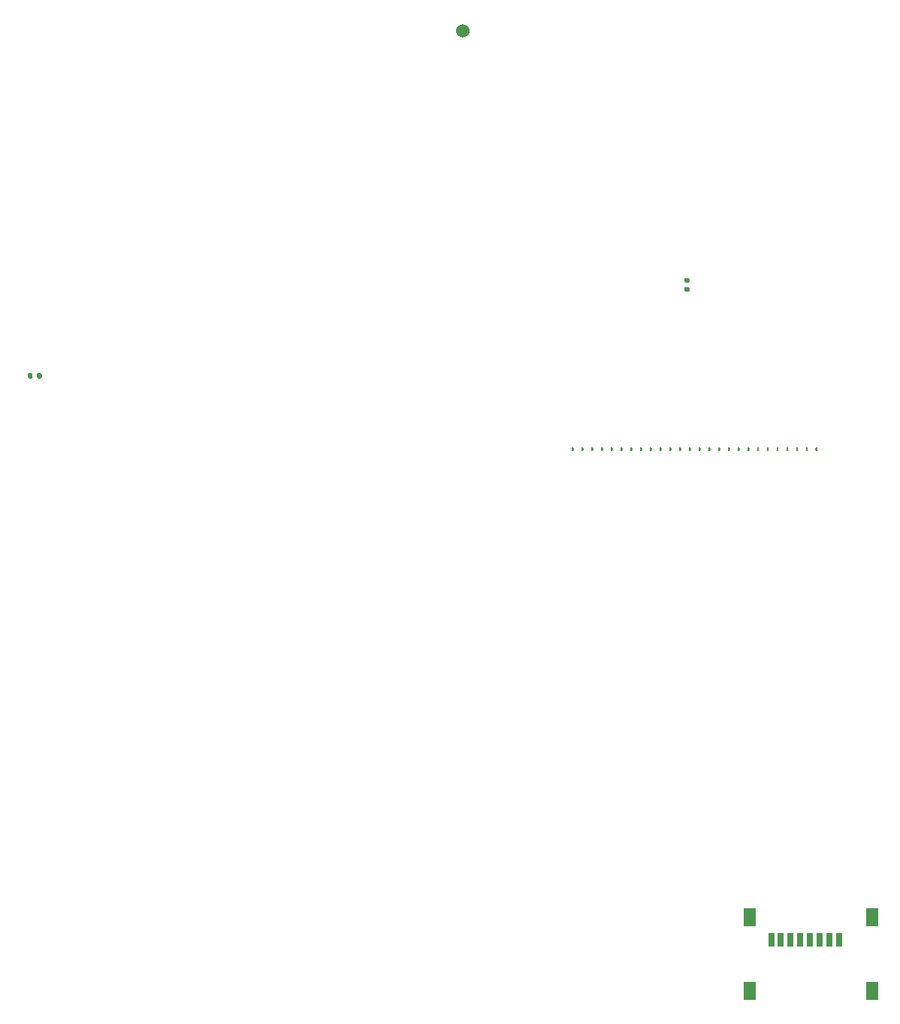
<source format=gbp>
G04 #@! TF.GenerationSoftware,KiCad,Pcbnew,(5.99.0-11247-g3f6811f413)*
G04 #@! TF.CreationDate,2021-08-14T02:07:01+03:00*
G04 #@! TF.ProjectId,hellen88bmw,68656c6c-656e-4383-9862-6d772e6b6963,rev?*
G04 #@! TF.SameCoordinates,PX3d1b110PY9269338*
G04 #@! TF.FileFunction,Paste,Bot*
G04 #@! TF.FilePolarity,Positive*
%FSLAX46Y46*%
G04 Gerber Fmt 4.6, Leading zero omitted, Abs format (unit mm)*
G04 Created by KiCad (PCBNEW (5.99.0-11247-g3f6811f413)) date 2021-08-14 02:07:01*
%MOMM*%
%LPD*%
G01*
G04 APERTURE LIST*
%ADD10C,1.524000*%
%ADD11O,0.000001X0.000001*%
%ADD12R,0.800000X1.500000*%
%ADD13R,1.450000X2.000000*%
G04 APERTURE END LIST*
D10*
G04 #@! TO.C,\u002Aref1*
X74892400Y112356400D03*
G04 #@! TD*
G04 #@! TO.C,M7*
G36*
G01*
X114671000Y65148000D02*
X114671000Y65398000D01*
G75*
G02*
X114796000Y65523000I125000J0D01*
G01*
X114796000Y65523000D01*
G75*
G02*
X114921000Y65398000I0J-125000D01*
G01*
X114921000Y65148000D01*
G75*
G02*
X114796000Y65023000I-125000J0D01*
G01*
X114796000Y65023000D01*
G75*
G02*
X114671000Y65148000I0J125000D01*
G01*
G37*
G36*
G01*
X113820996Y65398000D02*
X113820996Y65148000D01*
G75*
G02*
X113695996Y65023000I-125000J0D01*
G01*
X113695996Y65023000D01*
G75*
G02*
X113570996Y65148000I0J125000D01*
G01*
X113570996Y65398000D01*
G75*
G02*
X113695996Y65523000I125000J0D01*
G01*
X113695996Y65523000D01*
G75*
G02*
X113820996Y65398000I0J-125000D01*
G01*
G37*
G36*
G01*
X112720995Y65398000D02*
X112720995Y65148000D01*
G75*
G02*
X112595995Y65023000I-125000J0D01*
G01*
X112595995Y65023000D01*
G75*
G02*
X112470995Y65148000I0J125000D01*
G01*
X112470995Y65398000D01*
G75*
G02*
X112595995Y65523000I125000J0D01*
G01*
X112595995Y65523000D01*
G75*
G02*
X112720995Y65398000I0J-125000D01*
G01*
G37*
G36*
G01*
X111620998Y65398000D02*
X111620998Y65148000D01*
G75*
G02*
X111495998Y65023000I-125000J0D01*
G01*
X111495998Y65023000D01*
G75*
G02*
X111370998Y65148000I0J125000D01*
G01*
X111370998Y65398000D01*
G75*
G02*
X111495998Y65523000I125000J0D01*
G01*
X111495998Y65523000D01*
G75*
G02*
X111620998Y65398000I0J-125000D01*
G01*
G37*
G36*
G01*
X110521000Y65398000D02*
X110521000Y65148000D01*
G75*
G02*
X110396000Y65023000I-125000J0D01*
G01*
X110396000Y65023000D01*
G75*
G02*
X110271000Y65148000I0J125000D01*
G01*
X110271000Y65398000D01*
G75*
G02*
X110396000Y65523000I125000J0D01*
G01*
X110396000Y65523000D01*
G75*
G02*
X110521000Y65398000I0J-125000D01*
G01*
G37*
G36*
G01*
X109421002Y65398000D02*
X109421002Y65148000D01*
G75*
G02*
X109296002Y65023000I-125000J0D01*
G01*
X109296002Y65023000D01*
G75*
G02*
X109171002Y65148000I0J125000D01*
G01*
X109171002Y65398000D01*
G75*
G02*
X109296002Y65523000I125000J0D01*
G01*
X109296002Y65523000D01*
G75*
G02*
X109421002Y65398000I0J-125000D01*
G01*
G37*
G36*
G01*
X108321004Y65398000D02*
X108321004Y65148000D01*
G75*
G02*
X108196004Y65023000I-125000J0D01*
G01*
X108196004Y65023000D01*
G75*
G02*
X108071004Y65148000I0J125000D01*
G01*
X108071004Y65398000D01*
G75*
G02*
X108196004Y65523000I125000J0D01*
G01*
X108196004Y65523000D01*
G75*
G02*
X108321004Y65398000I0J-125000D01*
G01*
G37*
G36*
G01*
X107221006Y65398000D02*
X107221006Y65148000D01*
G75*
G02*
X107096006Y65023000I-125000J0D01*
G01*
X107096006Y65023000D01*
G75*
G02*
X106971006Y65148000I0J125000D01*
G01*
X106971006Y65398000D01*
G75*
G02*
X107096006Y65523000I125000J0D01*
G01*
X107096006Y65523000D01*
G75*
G02*
X107221006Y65398000I0J-125000D01*
G01*
G37*
G36*
G01*
X106121009Y65398000D02*
X106121009Y65148000D01*
G75*
G02*
X105996009Y65023000I-125000J0D01*
G01*
X105996009Y65023000D01*
G75*
G02*
X105871009Y65148000I0J125000D01*
G01*
X105871009Y65398000D01*
G75*
G02*
X105996009Y65523000I125000J0D01*
G01*
X105996009Y65523000D01*
G75*
G02*
X106121009Y65398000I0J-125000D01*
G01*
G37*
G36*
G01*
X105021011Y65398000D02*
X105021011Y65148000D01*
G75*
G02*
X104896011Y65023000I-125000J0D01*
G01*
X104896011Y65023000D01*
G75*
G02*
X104771011Y65148000I0J125000D01*
G01*
X104771011Y65398000D01*
G75*
G02*
X104896011Y65523000I125000J0D01*
G01*
X104896011Y65523000D01*
G75*
G02*
X105021011Y65398000I0J-125000D01*
G01*
G37*
G36*
G01*
X103921013Y65398000D02*
X103921013Y65148000D01*
G75*
G02*
X103796013Y65023000I-125000J0D01*
G01*
X103796013Y65023000D01*
G75*
G02*
X103671013Y65148000I0J125000D01*
G01*
X103671013Y65398000D01*
G75*
G02*
X103796013Y65523000I125000J0D01*
G01*
X103796013Y65523000D01*
G75*
G02*
X103921013Y65398000I0J-125000D01*
G01*
G37*
G36*
G01*
X102821015Y65398000D02*
X102821015Y65148000D01*
G75*
G02*
X102696015Y65023000I-125000J0D01*
G01*
X102696015Y65023000D01*
G75*
G02*
X102571015Y65148000I0J125000D01*
G01*
X102571015Y65398000D01*
G75*
G02*
X102696015Y65523000I125000J0D01*
G01*
X102696015Y65523000D01*
G75*
G02*
X102821015Y65398000I0J-125000D01*
G01*
G37*
G36*
G01*
X101721017Y65398000D02*
X101721017Y65148000D01*
G75*
G02*
X101596017Y65023000I-125000J0D01*
G01*
X101596017Y65023000D01*
G75*
G02*
X101471017Y65148000I0J125000D01*
G01*
X101471017Y65398000D01*
G75*
G02*
X101596017Y65523000I125000J0D01*
G01*
X101596017Y65523000D01*
G75*
G02*
X101721017Y65398000I0J-125000D01*
G01*
G37*
G36*
G01*
X100621020Y65398000D02*
X100621020Y65148000D01*
G75*
G02*
X100496020Y65023000I-125000J0D01*
G01*
X100496020Y65023000D01*
G75*
G02*
X100371020Y65148000I0J125000D01*
G01*
X100371020Y65398000D01*
G75*
G02*
X100496020Y65523000I125000J0D01*
G01*
X100496020Y65523000D01*
G75*
G02*
X100621020Y65398000I0J-125000D01*
G01*
G37*
G36*
G01*
X99521022Y65398000D02*
X99521022Y65148000D01*
G75*
G02*
X99396022Y65023000I-125000J0D01*
G01*
X99396022Y65023000D01*
G75*
G02*
X99271022Y65148000I0J125000D01*
G01*
X99271022Y65398000D01*
G75*
G02*
X99396022Y65523000I125000J0D01*
G01*
X99396022Y65523000D01*
G75*
G02*
X99521022Y65398000I0J-125000D01*
G01*
G37*
G36*
G01*
X98421024Y65398000D02*
X98421024Y65148000D01*
G75*
G02*
X98296024Y65023000I-125000J0D01*
G01*
X98296024Y65023000D01*
G75*
G02*
X98171024Y65148000I0J125000D01*
G01*
X98171024Y65398000D01*
G75*
G02*
X98296024Y65523000I125000J0D01*
G01*
X98296024Y65523000D01*
G75*
G02*
X98421024Y65398000I0J-125000D01*
G01*
G37*
G36*
G01*
X97321026Y65398000D02*
X97321026Y65148000D01*
G75*
G02*
X97196026Y65023000I-125000J0D01*
G01*
X97196026Y65023000D01*
G75*
G02*
X97071026Y65148000I0J125000D01*
G01*
X97071026Y65398000D01*
G75*
G02*
X97196026Y65523000I125000J0D01*
G01*
X97196026Y65523000D01*
G75*
G02*
X97321026Y65398000I0J-125000D01*
G01*
G37*
G36*
G01*
X96221028Y65398000D02*
X96221028Y65148000D01*
G75*
G02*
X96096028Y65023000I-125000J0D01*
G01*
X96096028Y65023000D01*
G75*
G02*
X95971028Y65148000I0J125000D01*
G01*
X95971028Y65398000D01*
G75*
G02*
X96096028Y65523000I125000J0D01*
G01*
X96096028Y65523000D01*
G75*
G02*
X96221028Y65398000I0J-125000D01*
G01*
G37*
G36*
G01*
X95121031Y65398000D02*
X95121031Y65148000D01*
G75*
G02*
X94996031Y65023000I-125000J0D01*
G01*
X94996031Y65023000D01*
G75*
G02*
X94871031Y65148000I0J125000D01*
G01*
X94871031Y65398000D01*
G75*
G02*
X94996031Y65523000I125000J0D01*
G01*
X94996031Y65523000D01*
G75*
G02*
X95121031Y65398000I0J-125000D01*
G01*
G37*
G36*
G01*
X94021033Y65398000D02*
X94021033Y65148000D01*
G75*
G02*
X93896033Y65023000I-125000J0D01*
G01*
X93896033Y65023000D01*
G75*
G02*
X93771033Y65148000I0J125000D01*
G01*
X93771033Y65398000D01*
G75*
G02*
X93896033Y65523000I125000J0D01*
G01*
X93896033Y65523000D01*
G75*
G02*
X94021033Y65398000I0J-125000D01*
G01*
G37*
G36*
G01*
X92921035Y65398000D02*
X92921035Y65148000D01*
G75*
G02*
X92796035Y65023000I-125000J0D01*
G01*
X92796035Y65023000D01*
G75*
G02*
X92671035Y65148000I0J125000D01*
G01*
X92671035Y65398000D01*
G75*
G02*
X92796035Y65523000I125000J0D01*
G01*
X92796035Y65523000D01*
G75*
G02*
X92921035Y65398000I0J-125000D01*
G01*
G37*
G36*
G01*
X91821037Y65398000D02*
X91821037Y65148000D01*
G75*
G02*
X91696037Y65023000I-125000J0D01*
G01*
X91696037Y65023000D01*
G75*
G02*
X91571037Y65148000I0J125000D01*
G01*
X91571037Y65398000D01*
G75*
G02*
X91696037Y65523000I125000J0D01*
G01*
X91696037Y65523000D01*
G75*
G02*
X91821037Y65398000I0J-125000D01*
G01*
G37*
G36*
G01*
X90721039Y65398000D02*
X90721039Y65148000D01*
G75*
G02*
X90596039Y65023000I-125000J0D01*
G01*
X90596039Y65023000D01*
G75*
G02*
X90471039Y65148000I0J125000D01*
G01*
X90471039Y65398000D01*
G75*
G02*
X90596039Y65523000I125000J0D01*
G01*
X90596039Y65523000D01*
G75*
G02*
X90721039Y65398000I0J-125000D01*
G01*
G37*
G36*
G01*
X89621042Y65398000D02*
X89621042Y65148000D01*
G75*
G02*
X89496042Y65023000I-125000J0D01*
G01*
X89496042Y65023000D01*
G75*
G02*
X89371042Y65148000I0J125000D01*
G01*
X89371042Y65398000D01*
G75*
G02*
X89496042Y65523000I125000J0D01*
G01*
X89496042Y65523000D01*
G75*
G02*
X89621042Y65398000I0J-125000D01*
G01*
G37*
G36*
G01*
X88521044Y65398000D02*
X88521044Y65148000D01*
G75*
G02*
X88396044Y65023000I-125000J0D01*
G01*
X88396044Y65023000D01*
G75*
G02*
X88271044Y65148000I0J125000D01*
G01*
X88271044Y65398000D01*
G75*
G02*
X88396044Y65523000I125000J0D01*
G01*
X88396044Y65523000D01*
G75*
G02*
X88521044Y65398000I0J-125000D01*
G01*
G37*
G36*
G01*
X87421046Y65398000D02*
X87421046Y65148000D01*
G75*
G02*
X87296046Y65023000I-125000J0D01*
G01*
X87296046Y65023000D01*
G75*
G02*
X87171046Y65148000I0J125000D01*
G01*
X87171046Y65398000D01*
G75*
G02*
X87296046Y65523000I125000J0D01*
G01*
X87296046Y65523000D01*
G75*
G02*
X87421046Y65398000I0J-125000D01*
G01*
G37*
G04 #@! TD*
D11*
G04 #@! TO.C,M9*
X46074449Y85273000D03*
X47049461Y85172995D03*
X47919218Y85273000D03*
X48649455Y85273000D03*
X49544218Y85273000D03*
X51619218Y85273000D03*
X52519214Y85273000D03*
X53229456Y85273000D03*
X54249457Y85173000D03*
X55424456Y85173000D03*
X56774455Y85173000D03*
X57949454Y85173000D03*
X58849455Y84242761D03*
X58849455Y83548002D03*
X58849455Y82867762D03*
X58754457Y82048000D03*
X58849455Y80742763D03*
X58754457Y79772998D03*
X58849455Y78498000D03*
X58849455Y77847998D03*
X58754457Y76647998D03*
X58754457Y75572994D03*
X58754457Y74697992D03*
X58849455Y73873000D03*
X58849455Y68022999D03*
G04 #@! TD*
D12*
G04 #@! TO.C,J3*
X117376000Y9973000D03*
X116276000Y9973000D03*
X115176000Y9973000D03*
X114076000Y9973000D03*
X112976000Y9973000D03*
X111876000Y9973000D03*
X110776000Y9973000D03*
X109676000Y9973000D03*
D13*
X107301000Y4273000D03*
X121051000Y4273000D03*
X107301000Y12573000D03*
X121051000Y12573000D03*
G04 #@! TD*
G04 #@! TO.C,R6*
G36*
G01*
X99991000Y84553000D02*
X100361000Y84553000D01*
G75*
G02*
X100496000Y84418000I0J-135000D01*
G01*
X100496000Y84148000D01*
G75*
G02*
X100361000Y84013000I-135000J0D01*
G01*
X99991000Y84013000D01*
G75*
G02*
X99856000Y84148000I0J135000D01*
G01*
X99856000Y84418000D01*
G75*
G02*
X99991000Y84553000I135000J0D01*
G01*
G37*
G36*
G01*
X99991000Y83533000D02*
X100361000Y83533000D01*
G75*
G02*
X100496000Y83398000I0J-135000D01*
G01*
X100496000Y83128000D01*
G75*
G02*
X100361000Y82993000I-135000J0D01*
G01*
X99991000Y82993000D01*
G75*
G02*
X99856000Y83128000I0J135000D01*
G01*
X99856000Y83398000D01*
G75*
G02*
X99991000Y83533000I135000J0D01*
G01*
G37*
G04 #@! TD*
G04 #@! TO.C,R27*
G36*
G01*
X25906000Y73338000D02*
X25906000Y73708000D01*
G75*
G02*
X26041000Y73843000I135000J0D01*
G01*
X26311000Y73843000D01*
G75*
G02*
X26446000Y73708000I0J-135000D01*
G01*
X26446000Y73338000D01*
G75*
G02*
X26311000Y73203000I-135000J0D01*
G01*
X26041000Y73203000D01*
G75*
G02*
X25906000Y73338000I0J135000D01*
G01*
G37*
G36*
G01*
X26926000Y73338000D02*
X26926000Y73708000D01*
G75*
G02*
X27061000Y73843000I135000J0D01*
G01*
X27331000Y73843000D01*
G75*
G02*
X27466000Y73708000I0J-135000D01*
G01*
X27466000Y73338000D01*
G75*
G02*
X27331000Y73203000I-135000J0D01*
G01*
X27061000Y73203000D01*
G75*
G02*
X26926000Y73338000I0J135000D01*
G01*
G37*
G04 #@! TD*
M02*

</source>
